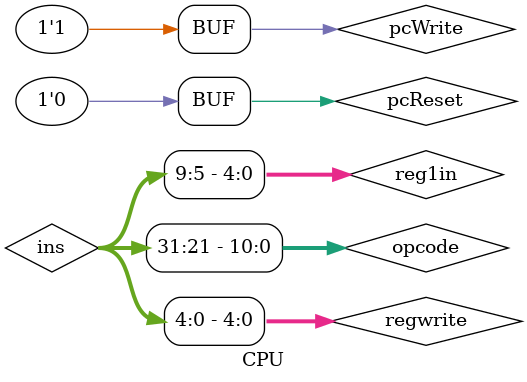
<source format=v>
module CPU;
	wire clk;
	reg pcWrite,pcReset;
	wire [63:0] pcWire0,pcWire1;
	wire [63:0] pc,oldPC;
	wire [31:0] ins;
	wire [10:0] opcode = ins[31:21];
	wire C_Reg2Loc
		,C_Branch
		,C_MemRead
		,C_MemWrite
		,C_MemtoReg
		,C_RegWrite
		,C_ALUSrc ;
	wire [1:0] C_ALUOp;
	wire [4:0] reg1in,reg2in,regwrite;
	wire [63:0] dataC,dataB,dataA;
	wire [3:0] ALUctrl;
	wire [63:0] ALURes;
	wire ALU_Z;
	wire [63:0] aluDataB;
	wire [63:0] extendedImd,shiftedImd;
	wire [63:0] MemReadData;

	assign reg1in = ins[9:5];
	assign regwrite = ins[4:0];

	initial begin
			pcWrite = 0;
			pcReset = 1;
	end
	always @(pc) begin
		pcWrite = 1;
		pcReset = 0;
	end
	os os0(clk);
	PC PC0(clk,pcReset,pcWrite,oldPC,pc);
	InstructionMemory insMem0(pc,ins);
	Control control0(opcode,C_Reg2Loc,C_Branch,C_MemRead,C_MemWrite,C_MemtoReg,C_RegWrite,C_ALUSrc,C_ALUOp);
	ALUControl aluControl0(ins,C_ALUOp,ALUctrl);
	SignExtend32to64 signExtend0(ins,extendedImd);
	Shift shifter0(extendedImd,5'd2, 1'b0, shiftedImd);
	Adder64 AdderPC(pc,64'd4,pcWire0,cpc);
	Adder64 AdderBranch(pc,shiftedImd,pcWire1,cbranch);
	

	MUX2to1 muxPC(pcWire0,pcWire1,C_Branch&ALU_Z,oldPC);
	MUX2to1 muxIns(ins[20:16],regwrite,C_Reg2Loc,reg2in);
	RegisterBank RegisterBank0(C_RegWrite,clk,reg1in,reg2in,regwrite,dataC,dataA,dataB);
	MUX2to1 muxALU(dataB,extendedImd,C_ALUSrc,aluDataB);
	ALU ALU0(dataA,aluDataB,ALUctrl,ALURes,ALU_Z,C);
	DataMemory dataMemory0(clk, ALURes,dataB,C_MemRead,C_MemWrite,MemReadData);
	MUX2to1 muxMem(ALURes,MemReadData,C_MemtoReg,dataC);

endmodule

</source>
